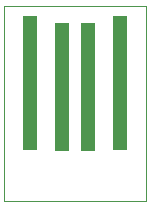
<source format=gbs>
G04 (created by PCBNEW (2013-jul-07)-stable) date Thu 23 Oct 2014 12:14:03 PM EDT*
%MOIN*%
G04 Gerber Fmt 3.4, Leading zero omitted, Abs format*
%FSLAX34Y34*%
G01*
G70*
G90*
G04 APERTURE LIST*
%ADD10C,0.00590551*%
%ADD11C,0.00393701*%
%ADD12R,0.05X0.45*%
%ADD13R,0.05X0.425*%
G04 APERTURE END LIST*
G54D10*
G54D11*
X24803Y-22244D02*
X24803Y-22047D01*
X20078Y-22244D02*
X24803Y-22244D01*
X20078Y-22047D02*
X20078Y-22244D01*
X20078Y-20472D02*
X20078Y-22047D01*
X24803Y-20472D02*
X24803Y-22047D01*
X20078Y-20472D02*
X20078Y-15748D01*
X24803Y-15748D02*
X24803Y-20472D01*
X20078Y-15748D02*
X24803Y-15748D01*
G54D12*
X23940Y-18333D03*
G54D13*
X22865Y-18458D03*
X22015Y-18458D03*
G54D12*
X20940Y-18333D03*
M02*

</source>
